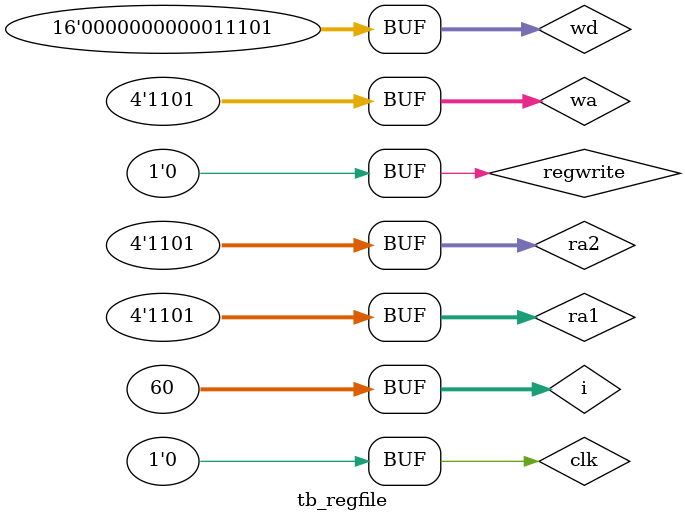
<source format=v>


`timescale 1ns / 1ps
module tb_regfile;
parameter WIDTH = 16, REGBITS = 4;
reg  clk; 
reg  regwrite; 
reg  [REGBITS-1:0] ra1, ra2, wa; 
reg  [WIDTH-1:0]   wd; 
wire [WIDTH-1:0]   rd1, rd2;
integer i;

regfile ff (clk, regwrite, ra1, ra2, wa, wd, rd1, rd2);

initial begin
clk = 0;
regwrite = 0;
ra1 = 0;
ra2 = 0;
wa = 0;
for (i = 0; i < 60; i = i + 1) begin
clk = ~clk;
if (i < 30) begin
regwrite = 1;
wa = i;
wd = i;
end
else begin
regwrite = 0;
ra1 = i - 30;
ra2 = i - 30;
end

#5;
end


end


endmodule 

</source>
